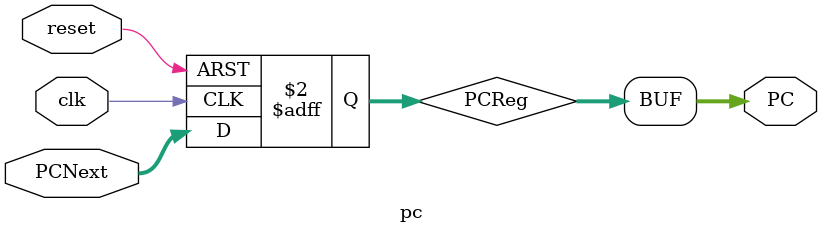
<source format=v>
module pc (	
	input wire clk,reset,
	input wire [31:0] PCNext,
	output wire [31:0] PC 
);
  reg [31:0] PCReg;

  always@(posedge clk or posedge reset) begin
	  if (reset) PCReg <= {32{1'b0}};
	  else PCReg <= PCNext;
  end	
  
  assign PC = PCReg;
endmodule
</source>
